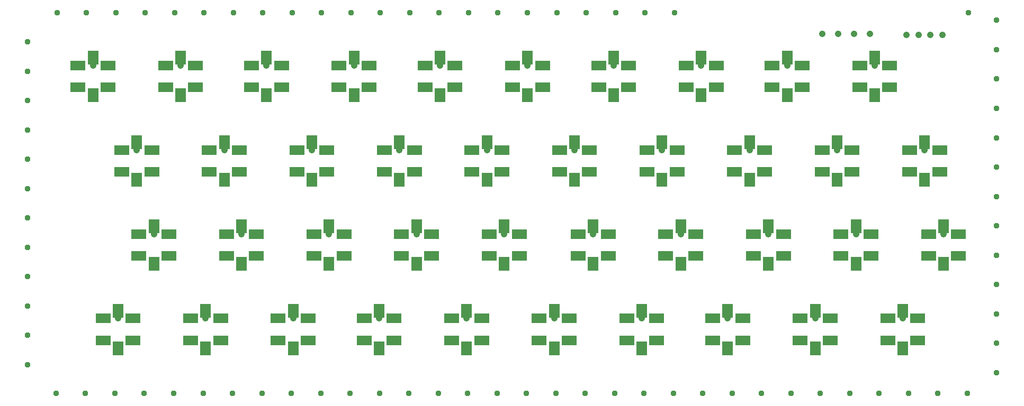
<source format=gbr>
G04 GENERATED BY PULSONIX 12.5 GERBER.DLL 9449*
G04 #@! TF.GenerationSoftware,Pulsonix,Pulsonix,12.5.9449*
G04 #@! TF.CreationDate,2024-10-25T19:42:57--1:00*
G04 #@! TF.Part,Single*
%FSLAX35Y35*%
%LPD*%
%MOMM*%
G04 #@! TF.FileFunction,Soldermask,Top*
G04 #@! TF.FilePolarity,Negative*
G04 #@! TA.AperFunction,ViaPad*
%ADD112C,1.05400*%
%ADD113C,0.95400*%
G04 #@! TA.AperFunction,SMDPad,CuDef*
%ADD114R,1.65400X2.25400*%
%ADD115R,2.45400X1.55400*%
G04 #@! TD.AperFunction*
X0Y0D02*
D02*
D112*
X1875000Y5900000D03*
X2275000Y1850000D03*
X2575000Y4550000D03*
X2850000Y3200000D03*
X3275000Y5900000D03*
X3675000Y1850000D03*
X3975000Y4550000D03*
X4250000Y3200000D03*
X4650000Y5900000D03*
X5075000Y1850000D03*
X5375000Y4550000D03*
X5650000Y3200000D03*
X6050000Y5900000D03*
X6450000Y1850000D03*
X6775000Y4550000D03*
X7050000Y3200000D03*
X7425000Y5900000D03*
X7850000Y1850000D03*
X8175000Y4550000D03*
X8450000Y3200000D03*
X8825000Y5900000D03*
X9250000Y1850000D03*
X9575000Y4550000D03*
X9875000Y3200000D03*
X10200000Y5900000D03*
X10650000Y1850000D03*
X10975000Y4550000D03*
X11275000Y3200000D03*
X11600000Y5900000D03*
X12025000Y1850000D03*
X12375000Y4550000D03*
X12675000Y3200000D03*
X12975000Y5900000D03*
X13425000Y1850000D03*
X13536000Y6406000D03*
X13775000Y4550000D03*
X13790000Y6406250D03*
X14044000D03*
X14075000Y3200000D03*
X14298000Y6406250D03*
X14375000Y5900000D03*
X14825000Y1850000D03*
X14885500Y6390375D03*
X15076000Y6392000D03*
X15175000Y4550000D03*
X15266500Y6392000D03*
X15458000D03*
X15475000Y3200000D03*
D02*
D113*
X825800Y1109228D03*
Y1579228D03*
Y2049228D03*
Y2519228D03*
Y2989228D03*
Y3459228D03*
Y3929228D03*
Y4399228D03*
Y4869228D03*
Y5339228D03*
Y5809228D03*
Y6279228D03*
X1285212Y650800D03*
X1300907Y6749200D03*
X1755212Y650800D03*
X1770907Y6749200D03*
X2225212Y650800D03*
X2240907Y6749200D03*
X2695212Y650800D03*
X2710907Y6749200D03*
X3165212Y650800D03*
X3180907Y6749200D03*
X3635212Y650800D03*
X3650907Y6749200D03*
X4105212Y650800D03*
X4120907Y6749200D03*
X4575212Y650800D03*
X4590907Y6749200D03*
X5045212Y650800D03*
X5060907Y6749200D03*
X5515212Y650800D03*
X5530907Y6749200D03*
X5985212Y650800D03*
X6000907Y6749200D03*
X6455212Y650800D03*
X6470907Y6749200D03*
X6925212Y650800D03*
X6940907Y6749200D03*
X7395212Y650800D03*
X7410907Y6749200D03*
X7865212Y650800D03*
X7880907Y6749200D03*
X8335212Y650800D03*
X8350907Y6749200D03*
X8805212Y650800D03*
X8820907Y6749200D03*
X9275212Y650800D03*
X9290907Y6749200D03*
X9745212Y650800D03*
X9760907Y6749200D03*
X10215212Y650800D03*
X10230907Y6749200D03*
X10685212Y650800D03*
X10700907Y6749200D03*
X11155212Y650800D03*
X11170907Y6749200D03*
X11625212Y650800D03*
X12095212D03*
X12565212D03*
X13035212D03*
X13505212D03*
X13975212D03*
X14445212D03*
X14915212D03*
X15385212D03*
X15855212D03*
X15870907Y6749200D03*
X16324200Y985000D03*
Y1455000D03*
Y1925000D03*
Y2395000D03*
Y2865000D03*
Y3335000D03*
Y3805000D03*
Y4275000D03*
Y4745000D03*
Y5215000D03*
Y5685000D03*
Y6155000D03*
Y6625000D03*
D02*
D114*
X1875000Y5425000D03*
Y6025000D03*
X2275000Y1375000D03*
Y1975000D03*
X2575000Y4075000D03*
Y4675000D03*
X2850000Y2725000D03*
Y3325000D03*
X3275000Y5425000D03*
Y6025000D03*
X3675000Y1375000D03*
Y1975000D03*
X3975000Y4075000D03*
Y4675000D03*
X4250000Y2725000D03*
Y3325000D03*
X4650000Y5425000D03*
Y6025000D03*
X5075000Y1375000D03*
Y1975000D03*
X5375000Y4075000D03*
Y4675000D03*
X5650000Y2725000D03*
Y3325000D03*
X6050000Y5425000D03*
Y6025000D03*
X6450000Y1375000D03*
Y1975000D03*
X6775000Y4075000D03*
Y4675000D03*
X7050000Y2725000D03*
Y3325000D03*
X7425000Y5425000D03*
Y6025000D03*
X7850000Y1375000D03*
Y1975000D03*
X8175000Y4075000D03*
Y4675000D03*
X8450000Y2725000D03*
Y3325000D03*
X8825000Y5425000D03*
Y6025000D03*
X9250000Y1375000D03*
Y1975000D03*
X9575000Y4075000D03*
Y4675000D03*
X9875000Y2725000D03*
Y3325000D03*
X10200000Y5425000D03*
Y6025000D03*
X10650000Y1375000D03*
Y1975000D03*
X10975000Y4075000D03*
Y4675000D03*
X11275000Y2725000D03*
Y3325000D03*
X11600000Y5425000D03*
Y6025000D03*
X12025000Y1375000D03*
Y1975000D03*
X12375000Y4075000D03*
Y4675000D03*
X12675000Y2725000D03*
Y3325000D03*
X12975000Y5425000D03*
Y6025000D03*
X13425000Y1375000D03*
Y1975000D03*
X13775000Y4075000D03*
Y4675000D03*
X14075000Y2725000D03*
Y3325000D03*
X14375000Y5425000D03*
Y6025000D03*
X14825000Y1375000D03*
Y1975000D03*
X15175000Y4075000D03*
Y4675000D03*
X15475000Y2725000D03*
Y3325000D03*
D02*
D115*
X1635000Y5550000D03*
Y5900000D03*
X2035000Y1500000D03*
Y1850000D03*
X2115000Y5550000D03*
Y5900000D03*
X2335000Y4200000D03*
Y4550000D03*
X2515000Y1500000D03*
Y1850000D03*
X2610000Y2850000D03*
Y3200000D03*
X2815000Y4200000D03*
Y4550000D03*
X3035000Y5550000D03*
Y5900000D03*
X3090000Y2850000D03*
Y3200000D03*
X3435000Y1500000D03*
Y1850000D03*
X3515000Y5550000D03*
Y5900000D03*
X3735000Y4200000D03*
Y4550000D03*
X3915000Y1500000D03*
Y1850000D03*
X4010000Y2850000D03*
Y3200000D03*
X4215000Y4200000D03*
Y4550000D03*
X4410000Y5550000D03*
Y5900000D03*
X4490000Y2850000D03*
Y3200000D03*
X4835000Y1500000D03*
Y1850000D03*
X4890000Y5550000D03*
Y5900000D03*
X5135000Y4200000D03*
Y4550000D03*
X5315000Y1500000D03*
Y1850000D03*
X5410000Y2850000D03*
Y3200000D03*
X5615000Y4200000D03*
Y4550000D03*
X5810000Y5550000D03*
Y5900000D03*
X5890000Y2850000D03*
Y3200000D03*
X6210000Y1500000D03*
Y1850000D03*
X6290000Y5550000D03*
Y5900000D03*
X6535000Y4200000D03*
Y4550000D03*
X6690000Y1500000D03*
Y1850000D03*
X6810000Y2850000D03*
Y3200000D03*
X7015000Y4200000D03*
Y4550000D03*
X7185000Y5550000D03*
Y5900000D03*
X7290000Y2850000D03*
Y3200000D03*
X7610000Y1500000D03*
Y1850000D03*
X7665000Y5550000D03*
Y5900000D03*
X7935000Y4200000D03*
Y4550000D03*
X8090000Y1500000D03*
Y1850000D03*
X8210000Y2850000D03*
Y3200000D03*
X8415000Y4200000D03*
Y4550000D03*
X8585000Y5550000D03*
Y5900000D03*
X8690000Y2850000D03*
Y3200000D03*
X9010000Y1500000D03*
Y1850000D03*
X9065000Y5550000D03*
Y5900000D03*
X9335000Y4200000D03*
Y4550000D03*
X9490000Y1500000D03*
Y1850000D03*
X9635000Y2850000D03*
Y3200000D03*
X9815000Y4200000D03*
Y4550000D03*
X9960000Y5550000D03*
Y5900000D03*
X10115000Y2850000D03*
Y3200000D03*
X10410000Y1500000D03*
Y1850000D03*
X10440000Y5550000D03*
Y5900000D03*
X10735000Y4200000D03*
Y4550000D03*
X10890000Y1500000D03*
Y1850000D03*
X11035000Y2850000D03*
Y3200000D03*
X11215000Y4200000D03*
Y4550000D03*
X11360000Y5550000D03*
Y5900000D03*
X11515000Y2850000D03*
Y3200000D03*
X11785000Y1500000D03*
Y1850000D03*
X11840000Y5550000D03*
Y5900000D03*
X12135000Y4200000D03*
Y4550000D03*
X12265000Y1500000D03*
Y1850000D03*
X12435000Y2850000D03*
Y3200000D03*
X12615000Y4200000D03*
Y4550000D03*
X12735000Y5550000D03*
Y5900000D03*
X12915000Y2850000D03*
Y3200000D03*
X13185000Y1500000D03*
Y1850000D03*
X13215000Y5550000D03*
Y5900000D03*
X13535000Y4200000D03*
Y4550000D03*
X13665000Y1500000D03*
Y1850000D03*
X13835000Y2850000D03*
Y3200000D03*
X14015000Y4200000D03*
Y4550000D03*
X14135000Y5550000D03*
Y5900000D03*
X14315000Y2850000D03*
Y3200000D03*
X14585000Y1500000D03*
Y1850000D03*
X14615000Y5550000D03*
Y5900000D03*
X14935000Y4200000D03*
Y4550000D03*
X15065000Y1500000D03*
Y1850000D03*
X15235000Y2850000D03*
Y3200000D03*
X15415000Y4200000D03*
Y4550000D03*
X15715000Y2850000D03*
Y3200000D03*
X0Y0D02*
M02*

</source>
